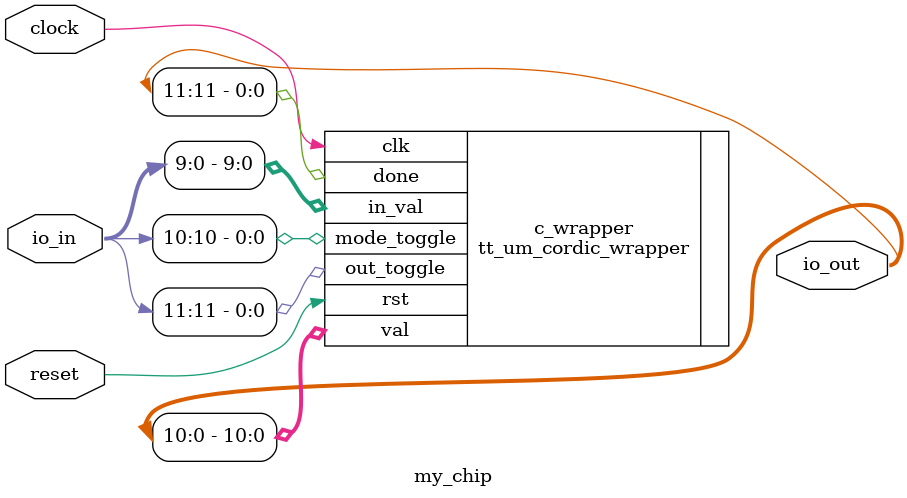
<source format=sv>
`default_nettype none

module my_chip (
    input logic [11:0] io_in, // Inputs to your chip
    output logic [11:0] io_out, // Outputs from your chip
    input logic clock,
    input logic reset // Important: Reset is ACTIVE-HIGH
);
    
    tt_um_cordic_wrapper c_wrapper (.clk(clock), .rst(reset), .in_val(io_in[9:0]), .mode_toggle(io_in[10]),
                                    .out_toggle(io_in[11]), .val(io_out[10:0]), .done(io_out[11]));

endmodule

</source>
